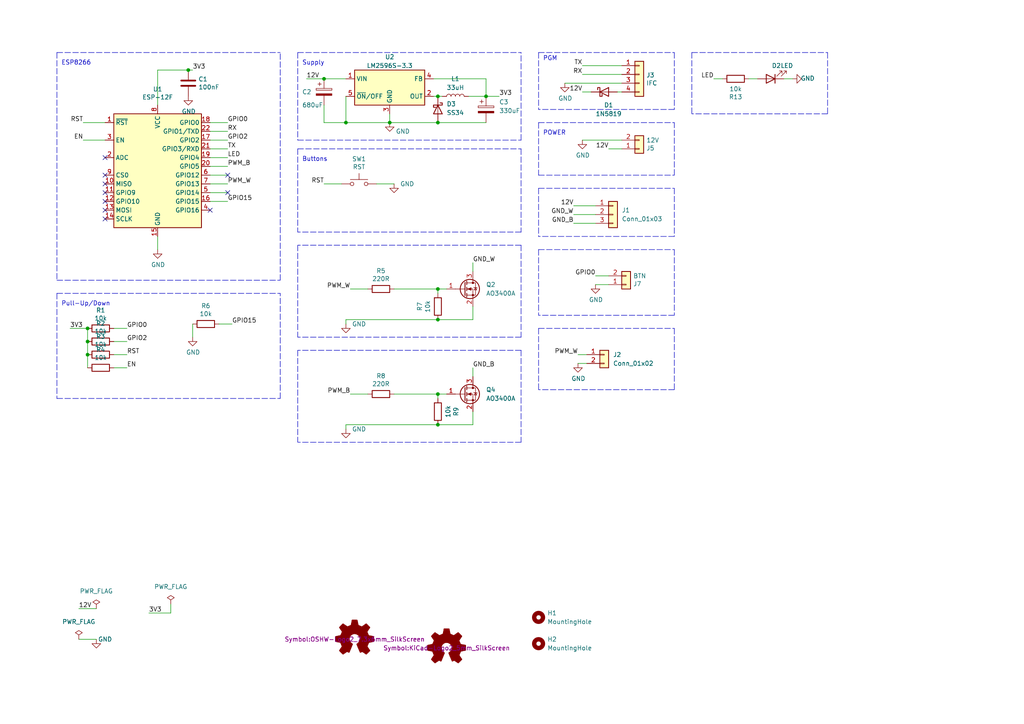
<source format=kicad_sch>
(kicad_sch (version 20211123) (generator eeschema)
  (paper "A4")
  (title_block (rev "2"))
  (lib_symbols
    (symbol "Connector_Generic:Conn_01x02" (pin_names (offset 1.016) hide)
      (property "Reference" "J" (at 0 2.54 0))
      (property "Value" "Conn_01x02" (at 0 -5.08 0))
      (symbol "Conn_01x02_1_1"
        (rectangle (start -1.27 -2.413) (end 0 -2.667) (stroke (width 0.1524)))
        (rectangle (start -1.27 0.127) (end 0 -0.127) (stroke (width 0.1524)))
        (rectangle (start -1.27 1.27) (end 1.27 -3.81) (stroke (width 0.254)) (fill (type background)))
        (pin passive line (at -5.08 0 0) (length 3.81) (name "Pin_1") (number "1"))
        (pin passive line (at -5.08 -2.54 0) (length 3.81) (name "Pin_2") (number "2"))
      )
    )
    (symbol "Connector_Generic:Conn_01x03" (pin_names (offset 1.016) hide)
      (property "Reference" "J" (at 0 5.08 0))
      (property "Value" "Conn_01x03" (at 0 -5.08 0))
      (symbol "Conn_01x03_1_1"
        (rectangle (start -1.27 -2.413) (end 0 -2.667) (stroke (width 0.1524)))
        (rectangle (start -1.27 0.127) (end 0 -0.127) (stroke (width 0.1524)))
        (rectangle (start -1.27 2.667) (end 0 2.413) (stroke (width 0.1524)))
        (rectangle (start -1.27 3.81) (end 1.27 -3.81) (stroke (width 0.254)) (fill (type background)))
        (pin passive line (at -5.08 2.54 0) (length 3.81) (name "Pin_1") (number "1"))
        (pin passive line (at -5.08 0 0) (length 3.81) (name "Pin_2") (number "2"))
        (pin passive line (at -5.08 -2.54 0) (length 3.81) (name "Pin_3") (number "3"))
      )
    )
    (symbol "Connector_Generic:Conn_01x04" (pin_names (offset 1.016) hide)
      (property "Reference" "J" (at 0 5.08 0))
      (property "Value" "Conn_01x04" (at 0 -7.62 0))
      (symbol "Conn_01x04_1_1"
        (rectangle (start -1.27 -4.953) (end 0 -5.207) (stroke (width 0.1524)))
        (rectangle (start -1.27 -2.413) (end 0 -2.667) (stroke (width 0.1524)))
        (rectangle (start -1.27 0.127) (end 0 -0.127) (stroke (width 0.1524)))
        (rectangle (start -1.27 2.667) (end 0 2.413) (stroke (width 0.1524)))
        (rectangle (start -1.27 3.81) (end 1.27 -6.35) (stroke (width 0.254)) (fill (type background)))
        (pin passive line (at -5.08 2.54 0) (length 3.81) (name "Pin_1") (number "1"))
        (pin passive line (at -5.08 0 0) (length 3.81) (name "Pin_2") (number "2"))
        (pin passive line (at -5.08 -2.54 0) (length 3.81) (name "Pin_3") (number "3"))
        (pin passive line (at -5.08 -5.08 0) (length 3.81) (name "Pin_4") (number "4"))
      )
    )
    (symbol "Device:C" (pin_numbers hide) (pin_names (offset 0.254))
      (property "Reference" "C" (at 0.635 2.54 0))
      (property "Value" "C" (at 0.635 -2.54 0))
      (symbol "C_0_1"
        (polyline (pts (xy -2.032 -0.762) (xy 2.032 -0.762)) (stroke (width 0.508)))
        (polyline (pts (xy -2.032 0.762) (xy 2.032 0.762)) (stroke (width 0.508)))
      )
      (symbol "C_1_1"
        (pin passive line (at 0 3.81 270) (length 2.794) (name "~") (number "1"))
        (pin passive line (at 0 -3.81 90) (length 2.794) (name "~") (number "2"))
      )
    )
    (symbol "Device:C_Polarized" (pin_numbers hide) (pin_names (offset 0.254))
      (property "Reference" "C" (at 0.635 2.54 0))
      (property "Value" "C_Polarized" (at 0.635 -2.54 0))
      (symbol "C_Polarized_0_1"
        (rectangle (start -2.286 0.508) (end 2.286 1.016))
        (polyline (pts (xy -1.778 2.286) (xy -0.762 2.286)))
        (polyline (pts (xy -1.27 2.794) (xy -1.27 1.778)))
        (rectangle (start 2.286 -0.508) (end -2.286 -1.016) (fill (type outline)))
      )
      (symbol "C_Polarized_1_1"
        (pin passive line (at 0 3.81 270) (length 2.794) (name "~") (number "1"))
        (pin passive line (at 0 -3.81 90) (length 2.794) (name "~") (number "2"))
      )
    )
    (symbol "Device:L" (pin_numbers hide) (pin_names (offset 1.016) hide)
      (property "Reference" "L" (at -1.27 0 90))
      (property "Value" "L" (at 1.905 0 90))
      (symbol "L_0_1"
        (arc (start 0 -2.54) (mid 0.635 -1.905) (end 0 -1.27))
        (arc (start 0 -1.27) (mid 0.635 -0.635) (end 0 0))
        (arc (start 0 0) (mid 0.635 0.635) (end 0 1.27))
        (arc (start 0 1.27) (mid 0.635 1.905) (end 0 2.54))
      )
      (symbol "L_1_1"
        (pin passive line (at 0 3.81 270) (length 1.27) (name "1") (number "1"))
        (pin passive line (at 0 -3.81 90) (length 1.27) (name "2") (number "2"))
      )
    )
    (symbol "Device:LED" (pin_numbers hide) (pin_names (offset 1.016) hide)
      (property "Reference" "D" (at 0 2.54 0))
      (property "Value" "LED" (at 0 -2.54 0))
      (symbol "LED_0_1"
        (polyline (pts (xy -1.27 -1.27) (xy -1.27 1.27)) (stroke (width 0.254)))
        (polyline (pts (xy -1.27 0) (xy 1.27 0)))
        (polyline (pts (xy 1.27 -1.27) (xy 1.27 1.27) (xy -1.27 0) (xy 1.27 -1.27)) (stroke (width 0.254)))
        (polyline (pts (xy -3.048 -0.762) (xy -4.572 -2.286) (xy -3.81 -2.286) (xy -4.572 -2.286) (xy -4.572 -1.524)))
        (polyline (pts (xy -1.778 -0.762) (xy -3.302 -2.286) (xy -2.54 -2.286) (xy -3.302 -2.286) (xy -3.302 -1.524)))
      )
      (symbol "LED_1_1"
        (pin passive line (at -3.81 0 0) (length 2.54) (name "K") (number "1"))
        (pin passive line (at 3.81 0 180) (length 2.54) (name "A") (number "2"))
      )
    )
    (symbol "Device:R" (pin_numbers hide) (pin_names (offset 0))
      (property "Reference" "R" (at 2.032 0 90))
      (property "Value" "R" (at 0 0 90))
      (symbol "R_0_1"
        (rectangle (start -1.016 -2.54) (end 1.016 2.54) (stroke (width 0.254)))
      )
      (symbol "R_1_1"
        (pin passive line (at 0 3.81 270) (length 1.27) (name "~") (number "1"))
        (pin passive line (at 0 -3.81 90) (length 1.27) (name "~") (number "2"))
      )
    )
    (symbol "Diode:1N5819" (pin_numbers hide) (pin_names (offset 1.016) hide)
      (property "Reference" "D" (at 0 2.54 0))
      (property "Value" "1N5819" (at 0 -2.54 0))
      (symbol "1N5819_0_1"
        (polyline (pts (xy 1.27 0) (xy -1.27 0)))
        (polyline (pts (xy 1.27 1.27) (xy 1.27 -1.27) (xy -1.27 0) (xy 1.27 1.27)) (stroke (width 0.254)))
        (polyline (pts (xy -1.905 0.635) (xy -1.905 1.27) (xy -1.27 1.27) (xy -1.27 -1.27) (xy -0.635 -1.27) (xy -0.635 -0.635)) (stroke (width 0.254)))
      )
      (symbol "1N5819_1_1"
        (pin passive line (at -3.81 0 0) (length 2.54) (name "K") (number "1"))
        (pin passive line (at 3.81 0 180) (length 2.54) (name "A") (number "2"))
      )
    )
    (symbol "Diode:1N5822" (pin_numbers hide) (pin_names (offset 1.016) hide)
      (property "Reference" "D" (at 0 2.54 0))
      (property "Value" "1N5822" (at 0 -2.54 0))
      (symbol "1N5822_0_1"
        (polyline (pts (xy 1.27 0) (xy -1.27 0)))
        (polyline (pts (xy 1.27 1.27) (xy 1.27 -1.27) (xy -1.27 0) (xy 1.27 1.27)) (stroke (width 0.254)))
        (polyline (pts (xy -1.905 0.635) (xy -1.905 1.27) (xy -1.27 1.27) (xy -1.27 -1.27) (xy -0.635 -1.27) (xy -0.635 -0.635)) (stroke (width 0.254)))
      )
      (symbol "1N5822_1_1"
        (pin passive line (at -3.81 0 0) (length 2.54) (name "K") (number "1"))
        (pin passive line (at 3.81 0 180) (length 2.54) (name "A") (number "2"))
      )
    )
    (symbol "Graphic:Logo_Open_Hardware_Small" (pin_names (offset 1.016))
      (symbol "Logo_Open_Hardware_Small_0_1"
        (polyline (pts (xy 3.3528 -4.3434) (xy 3.302 -4.318) (xy 3.175 -4.2418) (xy 2.9972 -4.1148) (xy 2.7686 -3.9624) (xy 2.54 -3.81) (xy 2.3622 -3.7084) (xy 2.2352 -3.6068) (xy 2.1844 -3.5814) (xy 2.159 -3.6068) (xy 2.0574 -3.6576) (xy 1.905 -3.7338) (xy 1.8034 -3.7846) (xy 1.6764 -3.8354) (xy 1.6002 -3.8354) (xy 1.6002 -3.8354) (xy 1.5494 -3.7338) (xy 1.4732 -3.5306) (xy 1.3462 -3.302) (xy 1.2446 -3.0226) (xy 1.1176 -2.7178) (xy 0.9652 -2.413) (xy 0.8636 -2.1082) (xy 0.7366 -1.8288) (xy 0.6604 -1.6256) (xy 0.6096 -1.4732) (xy 0.5842 -1.397) (xy 0.5842 -1.397) (xy 0.6604 -1.3208) (xy 0.7874 -1.2446) (xy 1.0414 -1.016) (xy 1.2954 -0.6858) (xy 1.4478 -0.3302) (xy 1.524 0.0762) (xy 1.4732 0.4572) (xy 1.3208 0.8128) (xy 1.0668 1.143) (xy 0.762 1.3716) (xy 0.4064 1.524) (xy 0 1.5748) (xy -0.381 1.5494) (xy -0.7366 1.397) (xy -1.0668 1.143) (xy -1.2192 0.9906) (xy -1.397 0.6604) (xy -1.524 0.3048) (xy -1.524 0.2286) (xy -1.4986 -0.1778) (xy -1.397 -0.5334) (xy -1.1938 -0.8636) (xy -0.9144 -1.143) (xy -0.8636 -1.1684) (xy -0.7366 -1.27) (xy -0.635 -1.3462) (xy -0.5842 -1.397) (xy -1.0668 -2.5908) (xy -1.143 -2.794) (xy -1.2954 -3.1242) (xy -1.397 -3.4036) (xy -1.4986 -3.6322) (xy -1.5748 -3.7846) (xy -1.6002 -3.8354) (xy -1.6002 -3.8354) (xy -1.651 -3.8354) (xy -1.7272 -3.81) (xy -1.905 -3.7338) (xy -2.0066 -3.683) (xy -2.1336 -3.6068) (xy -2.2098 -3.5814) (xy -2.2606 -3.6068) (xy -2.3622 -3.683) (xy -2.54 -3.81) (xy -2.7686 -3.9624) (xy -2.9718 -4.0894) (xy -3.1496 -4.2164) (xy -3.302 -4.318) (xy -3.3528 -4.3434) (xy -3.3782 -4.3434) (xy -3.429 -4.318) (xy -3.5306 -4.2164) (xy -3.7084 -4.064) (xy -3.937 -3.8354) (xy -3.9624 -3.81) (xy -4.1656 -3.6068) (xy -4.318 -3.4544) (xy -4.4196 -3.3274) (xy -4.445 -3.2766) (xy -4.445 -3.2766) (xy -4.4196 -3.2258) (xy -4.318 -3.0734) (xy -4.2164 -2.8956) (xy -4.064 -2.667) (xy -3.6576 -2.0828) (xy -3.8862 -1.5494) (xy -3.937 -1.3716) (xy -4.0386 -1.1684) (xy -4.0894 -1.0414) (xy -4.1148 -0.9652) (xy -4.191 -0.9398) (xy -4.318 -0.9144) (xy -4.5466 -0.8636) (xy -4.8006 -0.8128) (xy -5.0546 -0.7874) (xy -5.2578 -0.7366) (xy -5.4356 -0.7112) (xy -5.5118 -0.6858) (xy -5.5118 -0.6858) (xy -5.5372 -0.635) (xy -5.5372 -0.5588) (xy -5.5372 -0.4318) (xy -5.5626 -0.2286) (xy -5.5626 0.0762) (xy -5.5626 0.127) (xy -5.5372 0.4064) (xy -5.5372 0.635) (xy -5.5372 0.762) (xy -5.5372 0.8382) (xy -5.5372 0.8382) (xy -5.461 0.8382) (xy -5.3086 0.889) (xy -5.08 0.9144) (xy -4.826 0.9652) (xy -4.8006 0.9906) (xy -4.5466 1.0414) (xy -4.318 1.0668) (xy -4.1656 1.1176) (xy -4.0894 1.143) (xy -4.0894 1.143) (xy -4.0386 1.2446) (xy -3.9624 1.4224) (xy -3.8608 1.6256) (xy -3.7846 1.8288) (xy -3.7084 2.0066) (xy -3.6576 2.159) (xy -3.6322 2.2098) (xy -3.6322 2.2098) (xy -3.683 2.286) (xy -3.7592 2.413) (xy -3.8862 2.5908) (xy -4.064 2.8194) (xy -4.064 2.8448) (xy -4.2164 3.0734) (xy -4.3434 3.2512) (xy -4.4196 3.3782) (xy -4.445 3.4544) (xy -4.445 3.4544) (xy -4.3942 3.5052) (xy -4.2926 3.6322) (xy -4.1148 3.81) (xy -3.937 4.0132) (xy -3.8608 4.064) (xy -3.6576 4.2926) (xy -3.5052 4.4196) (xy -3.4036 4.4958) (xy -3.3528 4.5212) (xy -3.3528 4.5212) (xy -3.302 4.4704) (xy -3.1496 4.3688) (xy -2.9718 4.2418) (xy -2.7432 4.0894) (xy -2.7178 4.0894) (xy -2.4892 3.937) (xy -2.3114 3.81) (xy -2.1844 3.7084) (xy -2.1336 3.683) (xy -2.1082 3.683) (xy -2.032 3.7084) (xy -1.8542 3.7592) (xy -1.6764 3.8354) (xy -1.4732 3.937) (xy -1.27 4.0132) (xy -1.143 4.064) (xy -1.0668 4.1148) (xy -1.0668 4.1148) (xy -1.0414 4.191) (xy -1.016 4.3434) (xy -0.9652 4.572) (xy -0.9144 4.8514) (xy -0.889 4.9022) (xy -0.8382 5.1562) (xy -0.8128 5.3848) (xy -0.7874 5.5372) (xy -0.762 5.588) (xy -0.7112 5.6134) (xy -0.5842 5.6134) (xy -0.4064 5.6134) (xy -0.1524 5.6134) (xy 0.0762 5.6134) (xy 0.3302 5.6134) (xy 0.5334 5.6134) (xy 0.6858 5.588) (xy 0.7366 5.588) (xy 0.7366 5.588) (xy 0.762 5.5118) (xy 0.8128 5.334) (xy 0.8382 5.1054) (xy 0.9144 4.826) (xy 0.9144 4.7752) (xy 0.9652 4.5212) (xy 1.016 4.2926) (xy 1.0414 4.1402) (xy 1.0668 4.0894) (xy 1.0668 4.0894) (xy 1.1938 4.0386) (xy 1.3716 3.9624) (xy 1.5748 3.8608) (xy 2.0828 3.6576) (xy 2.7178 4.0894) (xy 2.7686 4.1402) (xy 2.9972 4.2926) (xy 3.175 4.4196) (xy 3.302 4.4958) (xy 3.3782 4.5212) (xy 3.3782 4.5212) (xy 3.429 4.4704) (xy 3.556 4.3434) (xy 3.7338 4.191) (xy 3.9116 3.9878) (xy 4.064 3.8354) (xy 4.2418 3.6576) (xy 4.3434 3.556) (xy 4.4196 3.4798) (xy 4.4196 3.429) (xy 4.4196 3.4036) (xy 4.3942 3.3274) (xy 4.2926 3.2004) (xy 4.1656 2.9972) (xy 4.0132 2.794) (xy 3.8862 2.5908) (xy 3.7592 2.3876) (xy 3.6576 2.2352) (xy 3.6322 2.159) (xy 3.6322 2.1336) (xy 3.683 2.0066) (xy 3.7592 1.8288) (xy 3.8608 1.6002) (xy 4.064 1.1176) (xy 4.3942 1.0414) (xy 4.5974 1.016) (xy 4.8768 0.9652) (xy 5.1308 0.9144) (xy 5.5372 0.8382) (xy 5.5626 -0.6604) (xy 5.4864 -0.6858) (xy 5.4356 -0.6858) (xy 5.2832 -0.7366) (xy 5.0546 -0.762) (xy 4.8006 -0.8128) (xy 4.5974 -0.8636) (xy 4.3688 -0.9144) (xy 4.2164 -0.9398) (xy 4.1402 -0.9398) (xy 4.1148 -0.9652) (xy 4.064 -1.0668) (xy 3.9878 -1.2446) (xy 3.9116 -1.4478) (xy 3.81 -1.651) (xy 3.7338 -1.8542) (xy 3.683 -2.0066) (xy 3.6576 -2.0828) (xy 3.683 -2.1336) (xy 3.7846 -2.2606) (xy 3.8862 -2.4638) (xy 4.0386 -2.667) (xy 4.191 -2.8956) (xy 4.318 -3.0734) (xy 4.3942 -3.2004) (xy 4.445 -3.2766) (xy 4.4196 -3.3274) (xy 4.3434 -3.429) (xy 4.1656 -3.5814) (xy 3.937 -3.8354) (xy 3.8862 -3.8608) (xy 3.683 -4.064) (xy 3.5306 -4.2164) (xy 3.4036 -4.318) (xy 3.3528 -4.3434)) (fill (type outline)))
      )
    )
    (symbol "Mechanical:MountingHole" (pin_names (offset 1.016))
      (property "Reference" "H" (at 0 5.08 0))
      (property "Value" "MountingHole" (at 0 3.175 0))
      (symbol "MountingHole_0_1"
        (circle (center 0 0) (radius 1.27) (stroke (width 1.27)))
      )
    )
    (symbol "RF_Module:ESP-12F"
      (property "Reference" "U" (at -12.7 19.05 0))
      (property "Value" "ESP-12F" (at 12.7 19.05 0))
      (symbol "ESP-12F_0_1"
        (rectangle (start -12.7 17.78) (end 12.7 -15.24) (stroke (width 0.254)) (fill (type background)))
      )
      (symbol "ESP-12F_1_1"
        (pin input line (at -15.24 15.24 0) (length 2.54) (name "~{RST}") (number "1"))
        (pin bidirectional line (at -15.24 -2.54 0) (length 2.54) (name "MISO") (number "10"))
        (pin bidirectional line (at -15.24 -5.08 0) (length 2.54) (name "GPIO9") (number "11"))
        (pin bidirectional line (at -15.24 -7.62 0) (length 2.54) (name "GPIO10") (number "12"))
        (pin bidirectional line (at -15.24 -10.16 0) (length 2.54) (name "MOSI") (number "13"))
        (pin bidirectional line (at -15.24 -12.7 0) (length 2.54) (name "SCLK") (number "14"))
        (pin power_in line (at 0 -17.78 90) (length 2.54) (name "GND") (number "15"))
        (pin bidirectional line (at 15.24 -7.62 180) (length 2.54) (name "GPIO15") (number "16"))
        (pin bidirectional line (at 15.24 10.16 180) (length 2.54) (name "GPIO2") (number "17"))
        (pin bidirectional line (at 15.24 15.24 180) (length 2.54) (name "GPIO0") (number "18"))
        (pin bidirectional line (at 15.24 5.08 180) (length 2.54) (name "GPIO4") (number "19"))
        (pin input line (at -15.24 5.08 0) (length 2.54) (name "ADC") (number "2"))
        (pin bidirectional line (at 15.24 2.54 180) (length 2.54) (name "GPIO5") (number "20"))
        (pin bidirectional line (at 15.24 7.62 180) (length 2.54) (name "GPIO3/RXD") (number "21"))
        (pin bidirectional line (at 15.24 12.7 180) (length 2.54) (name "GPIO1/TXD") (number "22"))
        (pin input line (at -15.24 10.16 0) (length 2.54) (name "EN") (number "3"))
        (pin bidirectional line (at 15.24 -10.16 180) (length 2.54) (name "GPIO16") (number "4"))
        (pin bidirectional line (at 15.24 -5.08 180) (length 2.54) (name "GPIO14") (number "5"))
        (pin bidirectional line (at 15.24 0 180) (length 2.54) (name "GPIO12") (number "6"))
        (pin bidirectional line (at 15.24 -2.54 180) (length 2.54) (name "GPIO13") (number "7"))
        (pin power_in line (at 0 20.32 270) (length 2.54) (name "VCC") (number "8"))
        (pin input line (at -15.24 0 0) (length 2.54) (name "CS0") (number "9"))
      )
    )
    (symbol "Regulator_Switching:LM2596S-3.3"
      (property "Reference" "U" (at -10.16 6.35 0))
      (property "Value" "LM2596S-3.3" (at 0 6.35 0))
      (symbol "LM2596S-3.3_0_1"
        (rectangle (start -10.16 5.08) (end 10.16 -5.08) (stroke (width 0.254)) (fill (type background)))
      )
      (symbol "LM2596S-3.3_1_1"
        (pin power_in line (at -12.7 2.54 0) (length 2.54) (name "VIN") (number "1"))
        (pin output line (at 12.7 -2.54 180) (length 2.54) (name "OUT") (number "2"))
        (pin power_in line (at 0 -7.62 90) (length 2.54) (name "GND") (number "3"))
        (pin input line (at 12.7 2.54 180) (length 2.54) (name "FB") (number "4"))
        (pin input line (at -12.7 -2.54 0) (length 2.54) (name "~{ON}/OFF") (number "5"))
      )
    )
    (symbol "Switch:SW_Push" (pin_numbers hide) (pin_names (offset 1.016) hide)
      (property "Reference" "SW" (at 1.27 2.54 0))
      (property "Value" "SW_Push" (at 0 -1.524 0))
      (symbol "SW_Push_0_1"
        (circle (center -2.032 0) (radius 0.508))
        (polyline (pts (xy 0 1.27) (xy 0 3.048)))
        (polyline (pts (xy 2.54 1.27) (xy -2.54 1.27)))
        (circle (center 2.032 0) (radius 0.508))
        (pin passive line (at -5.08 0 0) (length 2.54) (name "1") (number "1"))
        (pin passive line (at 5.08 0 180) (length 2.54) (name "2") (number "2"))
      )
    )
    (symbol "Transistor_FET:AO3400A" (pin_names hide)
      (property "Reference" "Q" (at 5.08 1.905 0))
      (property "Value" "AO3400A" (at 5.08 0 0))
      (symbol "AO3400A_0_1"
        (polyline (pts (xy 0.254 0) (xy -2.54 0)))
        (polyline (pts (xy 0.254 1.905) (xy 0.254 -1.905)) (stroke (width 0.254)))
        (polyline (pts (xy 0.762 -1.27) (xy 0.762 -2.286)) (stroke (width 0.254)))
        (polyline (pts (xy 0.762 0.508) (xy 0.762 -0.508)) (stroke (width 0.254)))
        (polyline (pts (xy 0.762 2.286) (xy 0.762 1.27)) (stroke (width 0.254)))
        (polyline (pts (xy 2.54 2.54) (xy 2.54 1.778)))
        (polyline (pts (xy 2.54 -2.54) (xy 2.54 0) (xy 0.762 0)))
        (polyline (pts (xy 0.762 -1.778) (xy 3.302 -1.778) (xy 3.302 1.778) (xy 0.762 1.778)))
        (polyline (pts (xy 1.016 0) (xy 2.032 0.381) (xy 2.032 -0.381) (xy 1.016 0)) (fill (type outline)))
        (polyline (pts (xy 2.794 0.508) (xy 2.921 0.381) (xy 3.683 0.381) (xy 3.81 0.254)))
        (polyline (pts (xy 3.302 0.381) (xy 2.921 -0.254) (xy 3.683 -0.254) (xy 3.302 0.381)))
        (circle (center 1.651 0) (radius 2.794) (stroke (width 0.254)))
        (circle (center 2.54 -1.778) (radius 0.254) (fill (type outline)))
        (circle (center 2.54 1.778) (radius 0.254) (fill (type outline)))
      )
      (symbol "AO3400A_1_1"
        (pin input line (at -5.08 0 0) (length 2.54) (name "G") (number "1"))
        (pin passive line (at 2.54 -5.08 90) (length 2.54) (name "S") (number "2"))
        (pin passive line (at 2.54 5.08 270) (length 2.54) (name "D") (number "3"))
      )
    )
    (symbol "power:GND" (power) (pin_names (offset 0))
      (property "Value" "GND" (at 0 -3.81 0))
      (symbol "GND_0_1"
        (polyline (pts (xy 0 0) (xy 0 -1.27) (xy 1.27 -1.27) (xy 0 -2.54) (xy -1.27 -1.27) (xy 0 -1.27)))
      )
      (symbol "GND_1_1"
        (pin power_in line (at 0 0 270) (length 0) hide (name "GND") (number "1"))
      )
    )
    (symbol "power:PWR_FLAG" (power) (pin_numbers hide) (pin_names (offset 0) hide)
      (property "Value" "PWR_FLAG" (at 0 3.81 0))
      (symbol "PWR_FLAG_0_0"
        (pin power_out line (at 0 0 90) (length 0) (name "pwr") (number "1"))
      )
      (symbol "PWR_FLAG_0_1"
        (polyline (pts (xy 0 0) (xy 0 1.27) (xy -1.016 1.905) (xy 0 2.54) (xy 1.016 1.905) (xy 0 1.27)))
      )
    )
  )
  (junction (at 140.97 27.94))
  (junction (at 100.33 35.56))
  (junction (at 25.4 102.87))
  (junction (at 127 123.19))
  (junction (at 113.03 35.56))
  (junction (at 127 27.94))
  (junction (at 127 114.3))
  (junction (at 25.4 99.06))
  (junction (at 54.61 20.32))
  (junction (at 127 83.82))
  (junction (at 127 35.56))
  (junction (at 127 92.71))
  (junction (at 93.98 22.86))
  (junction (at 25.4 95.25))
  (no_connect (at 30.48 50.8))
  (no_connect (at 60.96 60.96))
  (no_connect (at 66.04 50.8))
  (no_connect (at 30.48 63.5))
  (no_connect (at 30.48 45.72))
  (no_connect (at 30.48 53.34))
  (no_connect (at 30.48 58.42))
  (no_connect (at 66.04 55.88))
  (no_connect (at 30.48 55.88))
  (no_connect (at 30.48 60.96))
  (wire (pts (xy 137.16 123.19) (xy 127 123.19)))
  (polyline (pts (xy 240.03 15.24) (xy 240.03 33.02)))
  (wire (pts (xy 60.96 53.34) (xy 66.04 53.34)))
  (polyline (pts (xy 195.58 31.75) (xy 156.21 31.75)))
  (wire (pts (xy 100.33 123.19) (xy 127 123.19)))
  (wire (pts (xy 45.72 30.48) (xy 45.72 20.32)))
  (polyline (pts (xy 195.58 50.8) (xy 195.58 35.56)))
  (wire (pts (xy 127 35.56) (xy 140.97 35.56)))
  (polyline (pts (xy 156.21 35.56) (xy 195.58 35.56)))
  (polyline (pts (xy 86.36 43.18) (xy 86.36 67.31)))
  (wire (pts (xy 100.33 27.94) (xy 100.33 35.56)))
  (polyline (pts (xy 151.13 43.18) (xy 151.13 67.31)))
  (wire (pts (xy 63.5 93.98) (xy 67.31 93.98)))
  (wire (pts (xy 109.22 53.34) (xy 114.3 53.34)))
  (polyline (pts (xy 156.21 15.24) (xy 156.21 31.75)))
  (wire (pts (xy 60.96 45.72) (xy 66.04 45.72)))
  (wire (pts (xy 137.16 88.9) (xy 137.16 92.71)))
  (polyline (pts (xy 156.21 95.25) (xy 156.21 113.03)))
  (wire (pts (xy 127 35.56) (xy 113.03 35.56)))
  (polyline (pts (xy 156.21 50.8) (xy 195.58 50.8)))
  (wire (pts (xy 100.33 35.56) (xy 113.03 35.56)))
  (polyline (pts (xy 156.21 72.39) (xy 156.21 91.44)))
  (wire (pts (xy 22.86 176.53) (xy 27.94 176.53)))
  (wire (pts (xy 167.64 105.41) (xy 170.18 105.41)))
  (polyline (pts (xy 86.36 40.64) (xy 151.13 40.64)))
  (wire (pts (xy 33.02 106.68) (xy 36.83 106.68)))
  (polyline (pts (xy 16.51 85.09) (xy 81.28 85.09)))
  (wire (pts (xy 100.33 92.71) (xy 127 92.71)))
  (polyline (pts (xy 151.13 101.6) (xy 86.36 101.6)))
  (wire (pts (xy 60.96 48.26) (xy 66.04 48.26)))
  (wire (pts (xy 36.83 102.87) (xy 33.02 102.87)))
  (wire (pts (xy 137.16 76.2) (xy 137.16 78.74)))
  (polyline (pts (xy 16.51 15.24) (xy 16.51 81.28)))
  (wire (pts (xy 54.61 20.32) (xy 55.88 20.32)))
  (polyline (pts (xy 156.21 95.25) (xy 195.58 95.25)))
  (wire (pts (xy 66.04 50.8) (xy 60.96 50.8)))
  (polyline (pts (xy 86.36 101.6) (xy 86.36 128.27)))
  (wire (pts (xy 127 114.3) (xy 127 115.57)))
  (wire (pts (xy 49.53 177.8) (xy 49.53 175.26)))
  (polyline (pts (xy 16.51 81.28) (xy 81.28 81.28)))
  (wire (pts (xy 180.34 19.05) (xy 168.91 19.05)))
  (wire (pts (xy 125.73 27.94) (xy 127 27.94)))
  (polyline (pts (xy 151.13 71.12) (xy 86.36 71.12)))
  (wire (pts (xy 60.96 55.88) (xy 66.04 55.88)))
  (wire (pts (xy 25.4 106.68) (xy 25.4 102.87)))
  (wire (pts (xy 93.98 22.86) (xy 100.33 22.86)))
  (polyline (pts (xy 195.58 72.39) (xy 195.58 91.44)))
  (wire (pts (xy 36.83 95.25) (xy 33.02 95.25)))
  (wire (pts (xy 127 27.94) (xy 128.27 27.94)))
  (polyline (pts (xy 86.36 71.12) (xy 86.36 97.79)))
  (wire (pts (xy 135.89 27.94) (xy 140.97 27.94)))
  (polyline (pts (xy 195.58 113.03) (xy 156.21 113.03)))
  (wire (pts (xy 55.88 97.79) (xy 55.88 93.98)))
  (wire (pts (xy 100.33 123.19) (xy 100.33 124.46)))
  (wire (pts (xy 168.91 21.59) (xy 180.34 21.59)))
  (wire (pts (xy 166.37 64.77) (xy 172.72 64.77)))
  (wire (pts (xy 176.53 43.18) (xy 180.34 43.18)))
  (polyline (pts (xy 156.21 15.24) (xy 195.58 15.24)))
  (polyline (pts (xy 200.66 15.24) (xy 200.66 33.02)))
  (wire (pts (xy 45.72 20.32) (xy 54.61 20.32)))
  (wire (pts (xy 227.33 22.86) (xy 229.87 22.86)))
  (wire (pts (xy 166.37 62.23) (xy 172.72 62.23)))
  (wire (pts (xy 101.6 114.3) (xy 106.68 114.3)))
  (wire (pts (xy 137.16 92.71) (xy 127 92.71)))
  (polyline (pts (xy 156.21 72.39) (xy 195.58 72.39)))
  (polyline (pts (xy 81.28 115.57) (xy 81.28 85.09)))
  (wire (pts (xy 22.86 185.42) (xy 27.94 185.42)))
  (wire (pts (xy 60.96 58.42) (xy 66.04 58.42)))
  (polyline (pts (xy 195.58 95.25) (xy 195.58 113.03)))
  (wire (pts (xy 127 83.82) (xy 127 85.09)))
  (polyline (pts (xy 195.58 15.24) (xy 195.58 31.75)))
  (polyline (pts (xy 151.13 97.79) (xy 86.36 97.79)))
  (wire (pts (xy 179.07 26.67) (xy 180.34 26.67)))
  (wire (pts (xy 140.97 27.94) (xy 144.78 27.94)))
  (wire (pts (xy 168.91 40.64) (xy 180.34 40.64)))
  (polyline (pts (xy 81.28 81.28) (xy 81.28 15.24)))
  (wire (pts (xy 125.73 22.86) (xy 140.97 22.86)))
  (wire (pts (xy 60.96 43.18) (xy 66.04 43.18)))
  (wire (pts (xy 93.98 35.56) (xy 100.33 35.56)))
  (wire (pts (xy 113.03 35.56) (xy 113.03 33.02)))
  (polyline (pts (xy 151.13 40.64) (xy 151.13 15.24)))
  (polyline (pts (xy 240.03 33.02) (xy 200.66 33.02)))
  (polyline (pts (xy 86.36 15.24) (xy 151.13 15.24)))
  (wire (pts (xy 43.18 177.8) (xy 49.53 177.8)))
  (wire (pts (xy 101.6 83.82) (xy 106.68 83.82)))
  (polyline (pts (xy 16.51 115.57) (xy 81.28 115.57)))
  (polyline (pts (xy 195.58 54.61) (xy 195.58 68.58)))
  (polyline (pts (xy 86.36 15.24) (xy 86.36 40.64)))
  (wire (pts (xy 93.98 30.48) (xy 93.98 35.56)))
  (wire (pts (xy 180.34 24.13) (xy 163.83 24.13)))
  (wire (pts (xy 140.97 22.86) (xy 140.97 27.94)))
  (polyline (pts (xy 151.13 67.31) (xy 86.36 67.31)))
  (polyline (pts (xy 16.51 85.09) (xy 16.51 115.57)))
  (wire (pts (xy 172.72 82.55) (xy 176.53 82.55)))
  (wire (pts (xy 127 114.3) (xy 129.54 114.3)))
  (polyline (pts (xy 86.36 43.18) (xy 151.13 43.18)))
  (polyline (pts (xy 195.58 91.44) (xy 156.21 91.44)))
  (wire (pts (xy 93.98 53.34) (xy 99.06 53.34)))
  (wire (pts (xy 25.4 95.25) (xy 20.32 95.25)))
  (wire (pts (xy 137.16 119.38) (xy 137.16 123.19)))
  (wire (pts (xy 24.13 40.64) (xy 30.48 40.64)))
  (wire (pts (xy 167.64 102.87) (xy 170.18 102.87)))
  (polyline (pts (xy 156.21 35.56) (xy 156.21 50.8)))
  (wire (pts (xy 168.91 26.67) (xy 171.45 26.67)))
  (polyline (pts (xy 156.21 54.61) (xy 156.21 68.58)))
  (wire (pts (xy 137.16 106.68) (xy 137.16 109.22)))
  (wire (pts (xy 88.9 22.86) (xy 93.98 22.86)))
  (polyline (pts (xy 200.66 15.24) (xy 240.03 15.24)))
  (wire (pts (xy 207.01 22.86) (xy 209.55 22.86)))
  (wire (pts (xy 166.37 59.69) (xy 172.72 59.69)))
  (wire (pts (xy 100.33 92.71) (xy 100.33 93.98)))
  (wire (pts (xy 66.04 38.1) (xy 60.96 38.1)))
  (polyline (pts (xy 195.58 68.58) (xy 156.21 68.58)))
  (wire (pts (xy 25.4 99.06) (xy 25.4 95.25)))
  (wire (pts (xy 127 83.82) (xy 129.54 83.82)))
  (wire (pts (xy 60.96 40.64) (xy 66.04 40.64)))
  (polyline (pts (xy 156.21 54.61) (xy 195.58 54.61)))
  (wire (pts (xy 114.3 83.82) (xy 127 83.82)))
  (polyline (pts (xy 151.13 128.27) (xy 86.36 128.27)))
  (wire (pts (xy 25.4 102.87) (xy 25.4 99.06)))
  (wire (pts (xy 36.83 99.06) (xy 33.02 99.06)))
  (wire (pts (xy 172.72 80.01) (xy 176.53 80.01)))
  (wire (pts (xy 217.17 22.86) (xy 219.71 22.86)))
  (polyline (pts (xy 151.13 71.12) (xy 151.13 97.79)))
  (wire (pts (xy 45.72 68.58) (xy 45.72 72.39)))
  (wire (pts (xy 30.48 35.56) (xy 24.13 35.56)))
  (polyline (pts (xy 16.51 15.24) (xy 81.28 15.24)))
  (wire (pts (xy 114.3 114.3) (xy 127 114.3)))
  (polyline (pts (xy 151.13 101.6) (xy 151.13 128.27)))
  (wire (pts (xy 60.96 35.56) (xy 66.04 35.56)))
  (text "ESP8266" (at 17.78 19.05 0) (effects (font (size 1.27 1.27)) (justify left bottom)))
  (text "Buttons" (at 87.63 46.99 0) (effects (font (size 1.27 1.27)) (justify left bottom)))
  (text "Supply\n" (at 87.63 19.05 0) (effects (font (size 1.27 1.27)) (justify left bottom)))
  (text "POWER" (at 157.48 39.37 0) (effects (font (size 1.27 1.27)) (justify left bottom)))
  (text "PGM" (at 157.48 17.78 0) (effects (font (size 1.27 1.27)) (justify left bottom)))
  (text "Pull-Up/Down" (at 17.78 88.9 0) (effects (font (size 1.27 1.27)) (justify left bottom)))
  (label "RX" (at 168.91 21.59 180))
  (label "EN" (at 24.13 40.64 180))
  (label "RST" (at 24.13 35.56 180))
  (label "TX" (at 168.91 19.05 180))
  (label "GPIO2" (at 66.04 40.64 0))
  (label "GPIO2" (at 36.83 99.06 0))
  (label "12V" (at 168.91 26.67 180))
  (label "12V" (at 166.37 59.69 180))
  (label "GPIO0" (at 36.83 95.25 0))
  (label "LED" (at 66.04 45.72 0))
  (label "GND_W" (at 137.16 76.2 0))
  (label "3V3" (at 20.32 95.25 0))
  (label "GND_B" (at 166.37 64.77 180))
  (label "GPIO0" (at 66.04 35.56 0))
  (label "3V3" (at 43.18 177.8 0))
  (label "TX" (at 66.04 43.18 0))
  (label "RX" (at 66.04 38.1 0))
  (label "12V" (at 176.53 43.18 180))
  (label "GND_W" (at 166.37 62.23 180))
  (label "GND_B" (at 137.16 106.68 0))
  (label "PWM_B" (at 66.04 48.26 0))
  (label "RST" (at 93.98 53.34 180))
  (label "RST" (at 36.83 102.87 0))
  (label "GPIO0" (at 172.72 80.01 180))
  (label "PWM_W" (at 101.6 83.82 180))
  (label "LED" (at 207.01 22.86 180))
  (label "3V3" (at 144.78 27.94 0))
  (label "GPIO15" (at 67.31 93.98 0))
  (label "PWM_W" (at 167.64 102.87 180))
  (label "3V3" (at 55.88 20.32 0))
  (label "EN" (at 36.83 106.68 0))
  (label "PWM_B" (at 101.6 114.3 180))
  (label "12V" (at 88.9 22.86 0))
  (label "12V" (at 22.86 176.53 0))
  (label "GPIO15" (at 66.04 58.42 0))
  (label "PWM_W" (at 66.04 53.34 0))
  (symbol (lib_id "power:GND") (at 113.03 35.56 0) (unit 1)
    (property "Reference" "#PWR05" (effects hide))
    (property "Value" "GND" (at 116.84 38.1 0))
  )
  (symbol (lib_id "Device:C") (at 54.61 24.13 0) (unit 1)
    (property "Reference" "C1" (at 57.531 22.9616 0) (effects (justify left)))
    (property "Value" "100nF" (at 57.531 25.273 0) (effects (justify left)))
    (property "Footprint" "Capacitor_SMD:C_0805_2012Metric" (effects hide))
    (property "LCSC" "C49678" (effects hide))
  )
  (symbol (lib_id "RF_Module:ESP-12F") (at 45.72 50.8 0) (unit 1)
    (property "Reference" "U1" (at 45.72 25.8826 0))
    (property "Value" "ESP-12F" (at 45.72 28.194 0))
    (property "Footprint" "RF_Module:ESP-12E" (effects hide))
    (property "Datasheet" "http://wiki.ai-thinker.com/_media/esp8266/esp8266_series_modules_user_manual_v1.1.pdf" (effects hide))
  )
  (symbol (lib_id "Device:R") (at 29.21 99.06 270) (unit 1)
    (property "Reference" "R2" (at 29.21 93.8022 90))
    (property "Value" "10k" (at 29.21 96.1136 90))
    (property "Footprint" "Resistor_SMD:R_0805_2012Metric" (effects hide))
    (property "LCSC" "C17414" (effects hide))
  )
  (symbol (lib_id "Device:R") (at 29.21 102.87 270) (unit 1)
    (property "Reference" "R3" (at 29.21 97.6122 90))
    (property "Value" "10k" (at 29.21 99.9236 90))
    (property "Footprint" "Resistor_SMD:R_0805_2012Metric" (effects hide))
    (property "LCSC" "C17414" (effects hide))
  )
  (symbol (lib_id "Device:R") (at 29.21 106.68 270) (unit 1)
    (property "Reference" "R4" (at 29.21 101.4222 90))
    (property "Value" "10k" (at 29.21 103.7336 90))
    (property "Footprint" "Resistor_SMD:R_0805_2012Metric" (effects hide))
    (property "LCSC" "C17414" (effects hide))
  )
  (symbol (lib_id "Device:R") (at 59.69 93.98 270) (unit 1)
    (property "Reference" "R6" (at 59.69 88.7222 90))
    (property "Value" "10k" (at 59.69 91.0336 90))
    (property "Footprint" "Resistor_SMD:R_0805_2012Metric" (effects hide))
    (property "LCSC" "C17414" (effects hide))
  )
  (symbol (lib_id "power:GND") (at 55.88 97.79 0) (unit 1)
    (property "Reference" "#PWR01" (effects hide))
    (property "Value" "GND" (at 56.007 102.1842 0))
  )
  (symbol (lib_id "Switch:SW_Push") (at 104.14 53.34 0) (unit 1)
    (property "Reference" "SW1" (at 104.14 46.101 0))
    (property "Value" "RST" (at 104.14 48.4124 0))
    (property "Footprint" "Button_Switch_SMD:SW_SPST_CK_RS282G05A3" (effects hide))
  )
  (symbol (lib_id "power:GND") (at 114.3 53.34 0) (unit 1)
    (property "Reference" "#PWR03" (effects hide))
    (property "Value" "GND" (at 118.11 53.34 0))
  )
  (symbol (lib_id "Connector_Generic:Conn_01x04") (at 185.42 21.59 0) (unit 1)
    (property "Reference" "J3" (at 187.452 21.7932 0) (effects (justify left)))
    (property "Value" "IFC" (at 187.452 24.1046 0) (effects (justify left)))
    (property "Footprint" "kicad_parts:JSTPH4" (effects hide))
  )
  (symbol (lib_id "Device:R") (at 29.21 95.25 270) (unit 1)
    (property "Reference" "R1" (at 29.21 89.9922 90))
    (property "Value" "10k" (at 29.21 92.3036 90))
    (property "Footprint" "Resistor_SMD:R_0805_2012Metric" (effects hide))
    (property "LCSC" "C17414" (effects hide))
  )
  (symbol (lib_id "power:GND") (at 45.72 72.39 0) (unit 1)
    (property "Reference" "#PWR02" (effects hide))
    (property "Value" "GND" (at 45.847 76.7842 0))
  )
  (symbol (lib_id "power:GND") (at 163.83 24.13 0) (unit 1)
    (property "Reference" "#PWR09" (effects hide))
    (property "Value" "GND" (at 163.957 28.5242 0))
  )
  (symbol (lib_id "Device:C_Polarized") (at 140.97 31.75 0) (unit 1)
    (property "Reference" "C3" (at 144.78 29.5909 0) (effects (justify left)))
    (property "Value" "330uF" (at 144.78 32.1309 0) (effects (justify left)))
    (property "Footprint" "Capacitor_Tantalum_SMD:CP_EIA-7343-20_Kemet-V" (effects hide))
  )
  (symbol (lib_id "Transistor_FET:AO3400A") (at 134.62 114.3 0) (unit 1)
    (property "Reference" "Q4" (at 140.97 113.0299 0) (effects (justify left)))
    (property "Value" "AO3400A" (at 140.97 115.5699 0) (effects (justify left)))
    (property "Footprint" "Package_TO_SOT_SMD:SOT-23" (effects hide))
    (property "Datasheet" "http://www.aosmd.com/pdfs/datasheet/AO3400A.pdf" (effects hide))
  )
  (symbol (lib_id "Mechanical:MountingHole") (at 156.21 179.07 0) (unit 1)
    (property "Reference" "H1" (at 158.75 177.7999 0) (effects (justify left)))
    (property "Value" "MountingHole" (at 158.75 180.3399 0) (effects (justify left)))
    (property "Footprint" "MountingHole:MountingHole_2.5mm" (effects hide))
  )
  (symbol (lib_id "Connector_Generic:Conn_01x03") (at 177.8 62.23 0) (unit 1)
    (property "Reference" "J1" (at 180.34 60.9599 0) (effects (justify left)))
    (property "Value" "Conn_01x03" (at 180.34 63.4999 0) (effects (justify left)))
    (property "Footprint" "pin_header:PinHeader_1x03_P2.54mm_Vertical" (effects hide))
  )
  (symbol (lib_id "Device:R") (at 213.36 22.86 90) (unit 1)
    (property "Reference" "R13" (at 213.36 28.1178 90))
    (property "Value" "10k" (at 213.36 25.8064 90))
    (property "Footprint" "Resistor_SMD:R_0805_2012Metric" (effects hide))
    (property "LCSC" "C17414" (effects hide))
  )
  (symbol (lib_id "power:GND") (at 54.61 27.94 0) (unit 1)
    (property "Reference" "#PWR010" (effects hide))
    (property "Value" "GND" (at 54.737 32.3342 0))
  )
  (symbol (lib_id "power:GND") (at 100.33 93.98 0) (unit 1)
    (property "Reference" "#PWR06" (effects hide))
    (property "Value" "GND" (at 104.14 93.98 0))
  )
  (symbol (lib_id "power:GND") (at 172.72 82.55 0) (unit 1)
    (property "Reference" "#PWR04" (effects hide))
    (property "Value" "GND" (at 172.847 86.9442 0))
  )
  (symbol (lib_id "Connector_Generic:Conn_01x02") (at 181.61 82.55 0) (mirror x) (unit 1)
    (property "Reference" "J7" (at 183.642 82.3468 0) (effects (justify left)))
    (property "Value" "BTN" (at 183.642 80.0354 0) (effects (justify left)))
    (property "Footprint" "Connector_PinHeader_2.54mm:PinHeader_1x02_P2.54mm_Vertical" (effects hide))
  )
  (symbol (lib_id "power:PWR_FLAG") (at 27.94 176.53 0) (unit 1)
    (property "Reference" "#FLG02" (effects hide))
    (property "Value" "PWR_FLAG" (at 27.94 171.45 0))
  )
  (symbol (lib_id "Diode:1N5819") (at 175.26 26.67 0) (unit 1)
    (property "Reference" "D1" (at 176.53 30.48 0))
    (property "Value" "1N5819" (at 176.53 33.02 0))
    (property "Footprint" "Diode_SMD:D_SMA" (effects hide))
    (property "Datasheet" "http://www.vishay.com/docs/88525/1n5817.pdf" (effects hide))
  )
  (symbol (lib_id "Regulator_Switching:LM2596S-3.3") (at 113.03 25.4 0) (unit 1)
    (property "Reference" "U2" (at 113.03 16.51 0))
    (property "Value" "LM2596S-3.3" (at 113.03 19.05 0))
    (property "Footprint" "Package_TO_SOT_SMD:TO-263-5_TabPin3" (effects hide))
    (property "Datasheet" "http://www.ti.com/lit/ds/symlink/lm2596.pdf" (effects hide))
  )
  (symbol (lib_id "power:PWR_FLAG") (at 22.86 185.42 0) (unit 1)
    (property "Reference" "#FLG01" (effects hide))
    (property "Value" "PWR_FLAG" (at 22.86 180.34 0))
  )
  (symbol (lib_id "Device:L") (at 132.08 27.94 90) (unit 1)
    (property "Reference" "L1" (at 132.08 22.86 90))
    (property "Value" "33uH" (at 132.08 25.4 90))
    (property "Footprint" "Inductor_SMD:L_12x12mm_H6mm" (effects hide))
  )
  (symbol (lib_id "Mechanical:MountingHole") (at 156.21 186.69 0) (unit 1)
    (property "Reference" "H2" (at 158.75 185.4199 0) (effects (justify left)))
    (property "Value" "MountingHole" (at 158.75 187.9599 0) (effects (justify left)))
    (property "Footprint" "MountingHole:MountingHole_2.5mm" (effects hide))
  )
  (symbol (lib_id "power:GND") (at 100.33 124.46 0) (unit 1)
    (property "Reference" "#PWR08" (effects hide))
    (property "Value" "GND" (at 104.14 124.46 0))
  )
  (symbol (lib_id "Device:R") (at 110.49 83.82 270) (unit 1)
    (property "Reference" "R5" (at 110.49 78.5622 90))
    (property "Value" "220R" (at 110.49 80.8736 90))
    (property "Footprint" "Resistor_SMD:R_0805_2012Metric" (effects hide))
    (property "LCSC" "C17414" (effects hide))
  )
  (symbol (lib_id "Connector_Generic:Conn_01x02") (at 185.42 43.18 0) (mirror x) (unit 1)
    (property "Reference" "J5" (at 187.452 42.9768 0) (effects (justify left)))
    (property "Value" "12V" (at 187.452 40.6654 0) (effects (justify left)))
    (property "Footprint" "pin_header:PinHeader_1x02_P2.54mm_Vertical" (effects hide))
  )
  (symbol (lib_id "Device:R") (at 110.49 114.3 270) (unit 1)
    (property "Reference" "R8" (at 110.49 109.0422 90))
    (property "Value" "220R" (at 110.49 111.3536 90))
    (property "Footprint" "Resistor_SMD:R_0805_2012Metric" (effects hide))
    (property "LCSC" "C17414" (effects hide))
  )
  (symbol (lib_id "Transistor_FET:AO3400A") (at 134.62 83.82 0) (unit 1)
    (property "Reference" "Q2" (at 140.97 82.5499 0) (effects (justify left)))
    (property "Value" "AO3400A" (at 140.97 85.0899 0) (effects (justify left)))
    (property "Footprint" "Package_TO_SOT_SMD:SOT-23" (effects hide))
    (property "Datasheet" "http://www.aosmd.com/pdfs/datasheet/AO3400A.pdf" (effects hide))
  )
  (symbol (lib_id "Connector_Generic:Conn_01x02") (at 175.26 102.87 0) (unit 1)
    (property "Reference" "J2" (at 177.8 102.8699 0) (effects (justify left)))
    (property "Value" "Conn_01x02" (at 177.8 105.4099 0) (effects (justify left)))
    (property "Footprint" "Connector_PinHeader_2.54mm:PinHeader_1x02_P2.54mm_Vertical" (effects hide))
  )
  (symbol (lib_id "power:GND") (at 167.64 105.41 0) (unit 1)
    (property "Reference" "#PWR013" (effects hide))
    (property "Value" "GND" (at 167.767 109.8042 0))
  )
  (symbol (lib_id "Device:C_Polarized") (at 93.98 26.67 0) (unit 1)
    (property "Reference" "C2" (at 87.63 26.67 0) (effects (justify left)))
    (property "Value" "680uF" (at 87.63 30.48 0) (effects (justify left)))
    (property "Footprint" "Capacitor_THT:CP_Radial_D4.0mm_P2.00mm" (effects hide))
  )
  (symbol (lib_id "power:GND") (at 168.91 40.64 0) (unit 1)
    (property "Reference" "#PWR011" (effects hide))
    (property "Value" "GND" (at 169.037 45.0342 0))
  )
  (symbol (lib_id "Device:R") (at 127 119.38 180) (unit 1)
    (property "Reference" "R9" (at 132.2578 119.38 90))
    (property "Value" "10k" (at 129.9464 119.38 90))
    (property "Footprint" "Resistor_SMD:R_0805_2012Metric" (effects hide))
    (property "LCSC" "C17414" (effects hide))
  )
  (symbol (lib_id "power:GND") (at 229.87 22.86 90) (unit 1)
    (property "Reference" "#PWR015" (effects hide))
    (property "Value" "GND" (at 234.2642 22.733 90))
  )
  (symbol (lib_id "Device:R") (at 127 88.9 0) (unit 1)
    (property "Reference" "R7" (at 121.7422 88.9 90))
    (property "Value" "10k" (at 124.0536 88.9 90))
    (property "Footprint" "Resistor_SMD:R_0805_2012Metric" (effects hide))
    (property "LCSC" "C17414" (effects hide))
  )
  (symbol (lib_id "power:GND") (at 27.94 185.42 0) (unit 1)
    (property "Reference" "#PWR07" (effects hide))
    (property "Value" "GND" (at 30.48 185.42 0))
  )
  (symbol (lib_id "Diode:1N5822") (at 127 31.75 270) (unit 1)
    (property "Reference" "D3" (at 129.54 30.1624 90) (effects (justify left)))
    (property "Value" "SS34" (at 129.54 32.7024 90) (effects (justify left)))
    (property "Footprint" "Diode_SMD:D_SMA" (effects hide))
    (property "Datasheet" "http://www.vishay.com/docs/88526/1n5820.pdf" (effects hide))
  )
  (symbol (lib_id "Graphic:Logo_Open_Hardware_Small") (at 129.54 187.96 0) (unit 1)
    (property "Reference" "#LOGO2" (effects hide))
    (property "Value" "Logo_Open_Hardware_Small" (effects hide))
    (property "Footprint" "Symbol:KiCad-Logo2_5mm_SilkScreen" (at 129.54 187.96 0))
  )
  (symbol (lib_id "Graphic:Logo_Open_Hardware_Small") (at 102.87 185.42 0) (unit 1)
    (property "Reference" "#LOGO1" (effects hide))
    (property "Value" "Logo_Open_Hardware_Small" (effects hide))
    (property "Footprint" "Symbol:OSHW-Logo2_7.3x6mm_SilkScreen" (at 102.87 185.42 0))
  )
  (symbol (lib_id "power:PWR_FLAG") (at 49.53 175.26 0) (unit 1)
    (property "Reference" "#FLG03" (effects hide))
    (property "Value" "PWR_FLAG" (at 49.53 170.18 0))
  )
  (symbol (lib_id "Device:LED") (at 223.52 22.86 180) (unit 1)
    (property "Reference" "D2" (at 223.8374 19.05 0) (effects (justify right)))
    (property "Value" "LED" (at 226.3774 19.05 0) (effects (justify right)))
    (property "Footprint" "LED_THT:LED_D3.0mm" (effects hide))
  )
)
</source>
